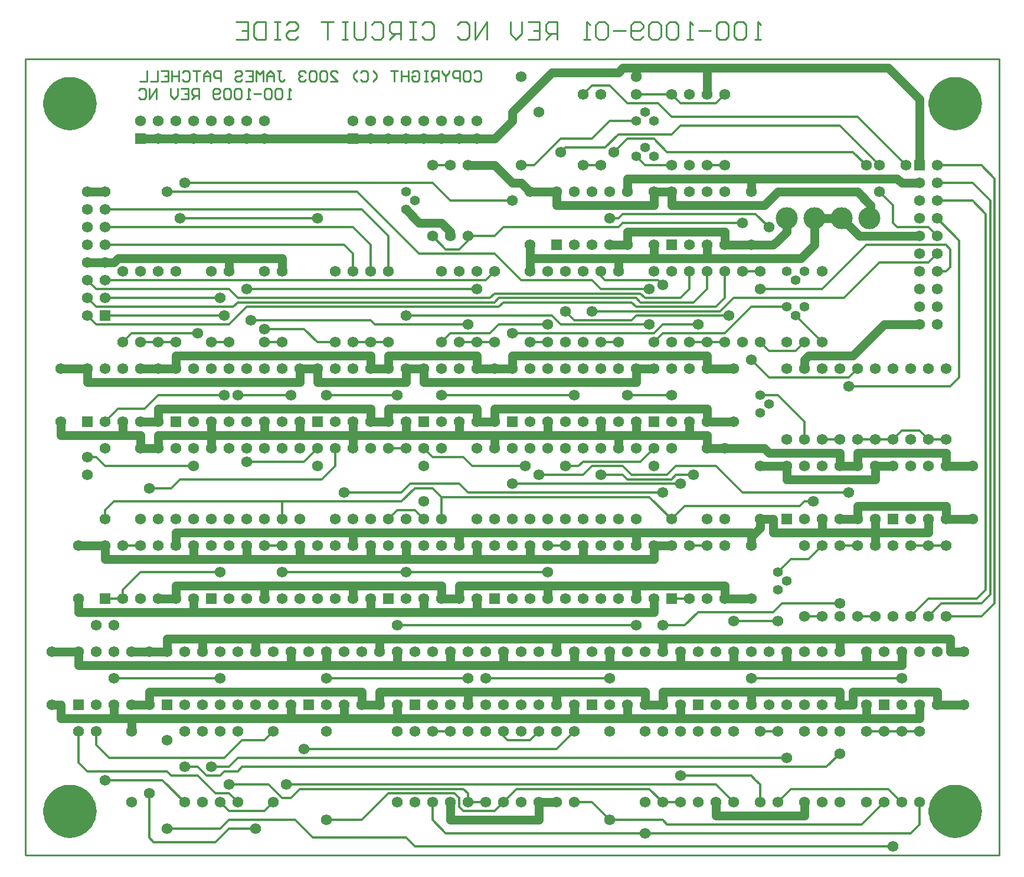
<source format=gbl>
*%FSLAX23Y23*%
*%MOIN*%
G01*
%ADD11C,0.006*%
%ADD12C,0.007*%
%ADD13C,0.008*%
%ADD14C,0.010*%
%ADD15C,0.012*%
%ADD16C,0.020*%
%ADD17C,0.032*%
%ADD18C,0.036*%
%ADD19C,0.050*%
%ADD20C,0.052*%
%ADD21C,0.055*%
%ADD22C,0.056*%
%ADD23C,0.059*%
%ADD24C,0.062*%
%ADD25C,0.066*%
%ADD26C,0.070*%
%ADD27C,0.090*%
%ADD28C,0.125*%
%ADD29C,0.129*%
%ADD30C,0.140*%
%ADD31C,0.160*%
%ADD32C,0.250*%
%ADD33R,0.062X0.062*%
%ADD34R,0.066X0.066*%
D14*
X8299Y9778D02*
X8319D01*
X8309D02*
X8299D01*
X8309D02*
Y9838D01*
X8310D01*
X8309D02*
X8319Y9828D01*
X8269D02*
X8259Y9838D01*
X8239D01*
X8229Y9828D01*
Y9788D01*
X8239Y9778D01*
X8259D01*
X8269Y9788D01*
Y9828D01*
X8209D02*
X8199Y9838D01*
X8179D01*
X8169Y9828D01*
Y9788D01*
X8179Y9778D01*
X8199D01*
X8209Y9788D01*
Y9828D01*
X8149Y9808D02*
X8109D01*
X8089Y9778D02*
X8069D01*
X8079D01*
Y9838D01*
X8080D01*
X8079D02*
X8089Y9828D01*
X8039D02*
X8029Y9838D01*
X8009D01*
X7999Y9828D01*
Y9788D01*
X8009Y9778D01*
X8029D01*
X8039Y9788D01*
Y9828D01*
X7979D02*
X7969Y9838D01*
X7949D01*
X7939Y9828D01*
Y9788D01*
X7949Y9778D01*
X7969D01*
X7979Y9788D01*
Y9828D01*
X7919Y9788D02*
X7909Y9778D01*
X7889D01*
X7879Y9788D01*
Y9828D01*
X7889Y9838D01*
X7909D01*
X7919Y9828D01*
Y9818D01*
X7909Y9808D01*
X7879D01*
X7799Y9778D02*
Y9838D01*
X7769D01*
X7759Y9828D01*
Y9808D01*
X7769Y9798D01*
X7799D01*
X7779D02*
X7759Y9778D01*
X7739Y9838D02*
X7699D01*
X7739D02*
Y9778D01*
X7699D01*
X7719Y9808D02*
X7739D01*
X7679Y9798D02*
Y9838D01*
Y9798D02*
X7659Y9778D01*
X7639Y9798D01*
Y9838D01*
X7559D02*
Y9778D01*
X7519D02*
X7559Y9838D01*
X7519D02*
Y9778D01*
X7459Y9828D02*
X7469Y9838D01*
X7489D01*
X7499Y9828D01*
Y9788D01*
X7489Y9778D01*
X7469D01*
X7459Y9788D01*
X9354Y9928D02*
X9364Y9938D01*
X9384D01*
X9394Y9928D01*
Y9888D01*
X9384Y9878D01*
X9364D01*
X9354Y9888D01*
X9324Y9938D02*
X9304D01*
X9324D02*
X9334Y9928D01*
Y9888D01*
X9324Y9878D01*
X9304D01*
X9294Y9888D01*
Y9928D01*
X9304Y9938D01*
X9274D02*
Y9878D01*
Y9938D02*
X9244D01*
X9234Y9928D01*
Y9908D01*
X9244Y9898D01*
X9274D01*
X9214Y9928D02*
Y9938D01*
Y9928D02*
X9194Y9908D01*
X9174Y9928D01*
Y9938D01*
X9194Y9908D02*
Y9878D01*
X9154D02*
Y9938D01*
X9124D01*
X9114Y9928D01*
Y9908D01*
X9124Y9898D01*
X9154D01*
X9134D02*
X9114Y9878D01*
X9094Y9938D02*
X9074D01*
X9084D01*
Y9878D01*
X9094D01*
X9074D01*
X9014Y9938D02*
X9004Y9928D01*
X9014Y9938D02*
X9034D01*
X9044Y9928D01*
Y9888D01*
X9034Y9878D01*
X9014D01*
X9004Y9888D01*
Y9908D01*
X9024D01*
X8984Y9938D02*
Y9878D01*
Y9908D01*
X8944D01*
Y9938D01*
Y9878D01*
X8924Y9938D02*
X8884D01*
X8904D01*
Y9878D01*
X8804Y9898D02*
X8784Y9878D01*
X8804Y9898D02*
Y9918D01*
X8784Y9938D01*
X8724D02*
X8714Y9928D01*
X8724Y9938D02*
X8744D01*
X8754Y9928D01*
Y9888D01*
X8744Y9878D01*
X8724D01*
X8714Y9888D01*
X8694Y9878D02*
X8674Y9898D01*
Y9918D01*
X8694Y9938D01*
X8584Y9878D02*
X8544D01*
X8584D02*
X8544Y9918D01*
Y9928D01*
X8554Y9938D01*
X8574D01*
X8584Y9928D01*
X8524D02*
X8514Y9938D01*
X8494D01*
X8484Y9928D01*
Y9888D01*
X8494Y9878D01*
X8514D01*
X8524Y9888D01*
Y9928D01*
X8464D02*
X8454Y9938D01*
X8434D01*
X8424Y9928D01*
Y9888D01*
X8434Y9878D01*
X8454D01*
X8464Y9888D01*
Y9928D01*
X8404D02*
X8394Y9938D01*
X8374D01*
X8364Y9928D01*
Y9918D01*
X8365D01*
X8364D02*
X8365D01*
X8364D02*
X8365D01*
X8364D02*
X8374Y9908D01*
X8384D01*
X8374D01*
X8364Y9898D01*
Y9888D01*
X8374Y9878D01*
X8394D01*
X8404Y9888D01*
X8264Y9938D02*
X8244D01*
X8254D02*
X8264D01*
X8254D02*
Y9888D01*
X8264Y9878D01*
X8274D01*
X8284Y9888D01*
X8224Y9878D02*
Y9918D01*
X8204Y9938D01*
X8184Y9918D01*
Y9878D01*
Y9908D01*
X8224D01*
X8164Y9878D02*
Y9938D01*
X8144Y9918D01*
X8124Y9938D01*
Y9878D01*
X8104Y9938D02*
X8064D01*
X8104D02*
Y9878D01*
X8064D01*
X8084Y9908D02*
X8104D01*
X8014Y9938D02*
X8004Y9928D01*
X8014Y9938D02*
X8034D01*
X8044Y9928D01*
Y9918D01*
X8034Y9908D01*
X8014D01*
X8004Y9898D01*
Y9888D01*
X8014Y9878D01*
X8034D01*
X8044Y9888D01*
X7924Y9878D02*
Y9938D01*
X7894D01*
X7884Y9928D01*
Y9908D01*
X7894Y9898D01*
X7924D01*
X7864Y9878D02*
Y9918D01*
X7845Y9938D01*
X7825Y9918D01*
Y9878D01*
Y9908D01*
X7864D01*
X7805Y9938D02*
X7765D01*
X7785D01*
Y9878D01*
X7715Y9938D02*
X7705Y9928D01*
X7715Y9938D02*
X7735D01*
X7745Y9928D01*
Y9888D01*
X7735Y9878D01*
X7715D01*
X7705Y9888D01*
X7685Y9878D02*
Y9938D01*
Y9908D02*
Y9878D01*
Y9908D02*
X7645D01*
Y9938D01*
Y9878D01*
X7625Y9938D02*
X7585D01*
X7625D02*
Y9878D01*
X7585D01*
X7605Y9908D02*
X7625D01*
X7565Y9938D02*
Y9878D01*
X7525D01*
X7505D02*
Y9938D01*
Y9878D02*
X7465D01*
X10941Y10113D02*
X10974D01*
X10957D02*
X10941D01*
X10957D02*
Y10213D01*
X10958D01*
X10957D02*
X10974Y10196D01*
X10891D02*
X10874Y10213D01*
X10841D01*
X10824Y10196D01*
Y10130D01*
X10841Y10113D01*
X10874D01*
X10891Y10130D01*
Y10196D01*
X10791D02*
X10774Y10213D01*
X10741D01*
X10724Y10196D01*
Y10130D01*
X10741Y10113D01*
X10774D01*
X10791Y10130D01*
Y10196D01*
X10691Y10163D02*
X10624D01*
X10591Y10113D02*
X10557D01*
X10574D01*
Y10213D01*
X10575D01*
X10574D02*
X10591Y10196D01*
X10507D02*
X10491Y10213D01*
X10458D01*
X10441Y10196D01*
Y10130D01*
X10458Y10113D01*
X10491D01*
X10507Y10130D01*
Y10196D01*
X10408D02*
X10391Y10213D01*
X10358D01*
X10341Y10196D01*
Y10130D01*
X10358Y10113D01*
X10391D01*
X10408Y10130D01*
Y10196D01*
X10308Y10130D02*
X10291Y10113D01*
X10258D01*
X10241Y10130D01*
Y10196D01*
X10258Y10213D01*
X10291D01*
X10308Y10196D01*
Y10180D01*
X10291Y10163D01*
X10241D01*
X10208D02*
X10141D01*
X10108Y10196D02*
X10091Y10213D01*
X10058D01*
X10041Y10196D01*
Y10130D01*
X10058Y10113D01*
X10091D01*
X10108Y10130D01*
Y10196D01*
X10008Y10113D02*
X9974D01*
X9991D01*
Y10213D01*
X9992D01*
X9991D02*
X10008Y10196D01*
X9824Y10213D02*
Y10113D01*
Y10213D02*
X9774D01*
X9758Y10196D01*
Y10163D01*
X9774Y10146D01*
X9824D01*
X9791D02*
X9758Y10113D01*
X9724Y10213D02*
X9658D01*
X9724D02*
Y10113D01*
X9658D01*
X9691Y10163D02*
X9724D01*
X9624Y10146D02*
Y10213D01*
Y10146D02*
X9591Y10113D01*
X9558Y10146D01*
Y10213D01*
X9425D02*
Y10113D01*
X9358D02*
X9425Y10213D01*
X9358D02*
Y10113D01*
X9258Y10196D02*
X9275Y10213D01*
X9308D01*
X9325Y10196D01*
Y10130D01*
X9308Y10113D01*
X9275D01*
X9258Y10130D01*
X9075Y10213D02*
X9058Y10196D01*
X9075Y10213D02*
X9108D01*
X9125Y10196D01*
Y10130D01*
X9108Y10113D01*
X9075D01*
X9058Y10130D01*
X9025Y10213D02*
X8991D01*
X9008D01*
Y10113D01*
X9025D01*
X8991D01*
X8941D02*
Y10213D01*
X8891D01*
X8875Y10196D01*
Y10163D01*
X8891Y10146D01*
X8941D01*
X8908D02*
X8875Y10113D01*
X8775Y10196D02*
X8791Y10213D01*
X8825D01*
X8841Y10196D01*
Y10130D01*
X8825Y10113D01*
X8791D01*
X8775Y10130D01*
X8741D02*
Y10213D01*
Y10130D02*
X8725Y10113D01*
X8691D01*
X8675Y10130D01*
Y10213D01*
X8641D02*
X8608D01*
X8625D01*
Y10113D01*
X8641D01*
X8608D01*
X8558Y10213D02*
X8491D01*
X8525D01*
Y10113D01*
X8308Y10213D02*
X8292Y10196D01*
X8308Y10213D02*
X8342D01*
X8358Y10196D01*
Y10180D01*
X8342Y10163D01*
X8308D01*
X8292Y10146D01*
Y10130D01*
X8308Y10113D01*
X8342D01*
X8358Y10130D01*
X8258Y10213D02*
X8225D01*
X8242D01*
Y10113D01*
X8258D01*
X8225D01*
X8175D02*
Y10213D01*
Y10113D02*
X8125D01*
X8108Y10130D01*
Y10196D01*
X8125Y10213D01*
X8175D01*
X8075D02*
X8008D01*
X8075D02*
Y10113D01*
X8008D01*
X8042Y10163D02*
X8075D01*
X6819Y5503D02*
X12319D01*
Y10003D02*
X6819D01*
X12319D02*
Y5503D01*
X6819D02*
Y10003D01*
D15*
X9469Y8903D02*
X9619Y8753D01*
X11969Y9103D02*
X12094Y8978D01*
X10719Y7703D02*
X10869Y7553D01*
X11644Y9403D02*
X11419Y9628D01*
X11519Y9678D02*
X11669Y9528D01*
X11794Y9403D01*
X11069Y8103D02*
X11219Y7953D01*
X10469Y7403D02*
X10344Y7528D01*
X9044Y8903D02*
X8694Y9253D01*
X8719Y9153D02*
X8869Y9003D01*
X11169Y8553D02*
X11319Y8403D01*
X7719Y5803D02*
X7594Y5928D01*
X11319Y8703D02*
X11569Y8953D01*
X11644Y8853D02*
X11444Y8653D01*
X10919Y8603D02*
X10769Y8453D01*
X9694Y9403D02*
X9844Y9553D01*
X8869Y5853D02*
X8719Y5703D01*
X11544Y5678D02*
X11669Y5803D01*
X7919Y5653D02*
X7619D01*
X9019Y5553D02*
X11719D01*
X8969Y5603D02*
X8444D01*
X8119Y5653D02*
X7969D01*
X7894Y5578D02*
X7544D01*
X10244Y5628D02*
X10319D01*
X10394D01*
X10244D02*
X9194D01*
X10394D02*
X11819D01*
X7969Y5853D02*
X7894D01*
X8869D02*
X9244D01*
X9294Y5753D02*
X9469D01*
X8719Y5703D02*
X8519D01*
X8344D02*
X7969D01*
Y5753D02*
X8169D01*
X9319Y5803D02*
X9419D01*
X8319Y5828D02*
X8269D01*
X10119Y5703D02*
X10419D01*
X10444Y5678D02*
X11544D01*
X10019Y5803D02*
X9919D01*
X10419D02*
X10519D01*
X7119Y6028D02*
Y6203D01*
X7219Y8703D02*
X7169Y8753D01*
Y8553D02*
X7219Y8503D01*
Y8603D02*
X7169Y8653D01*
X7119Y6028D02*
X7169Y5978D01*
X7619D01*
X7644Y5953D02*
X7794D01*
Y6003D02*
X7719D01*
X7844Y5953D02*
X7919D01*
X7944Y5978D02*
X8019D01*
X8044Y6003D02*
X11344D01*
X7969D02*
X7869D01*
X8019Y6053D02*
X11119D01*
X9294Y5878D02*
X8369D01*
X7594Y5928D02*
X7269D01*
X7294Y6053D02*
X7944D01*
X7969Y5903D02*
X8194D01*
X9594Y5878D02*
X10344D01*
X10719Y5903D02*
X8294D01*
X10519Y5953D02*
X10919D01*
X11144Y5878D02*
X11694D01*
X7369Y6953D02*
Y7003D01*
X7269Y7403D02*
Y7453D01*
X7219Y6203D02*
Y6128D01*
X7269Y7703D02*
X7219Y7753D01*
Y6128D02*
X7294Y6053D01*
X7369Y7003D02*
X7469Y7103D01*
X7269Y7453D02*
X7319Y7503D01*
X7269Y7953D02*
X7344Y8028D01*
X7369Y8403D02*
X7419Y8453D01*
X8394Y6103D02*
X9819D01*
X10969Y6203D02*
X11069D01*
X8169Y6153D02*
X8044D01*
X9119Y6203D02*
X9219D01*
X9544Y6153D02*
X9669D01*
X11669Y6203D02*
X11769D01*
X11669D02*
X11569D01*
X11769D02*
X11869D01*
X7519Y5853D02*
Y5603D01*
X7544Y5578D01*
X7494Y8028D02*
X7569Y8103D01*
X7619Y5978D02*
X7644Y5953D01*
Y7578D02*
X7694Y7628D01*
X10919Y6503D02*
X11769D01*
X7919D02*
X7319D01*
X9419D02*
X10119D01*
X9319D02*
X8519D01*
X8019Y8653D02*
X7969Y8703D01*
X7794Y5953D02*
X7894Y5853D01*
X7844Y5953D02*
X7794Y6003D01*
X7919Y5803D02*
X7969Y5753D01*
X8019Y5803D02*
X7969Y5853D01*
Y8503D02*
X7994Y8528D01*
X7944Y5978D02*
X7919Y5953D01*
X7969Y6003D02*
X8019Y6053D01*
X7969Y5703D02*
X7919Y5653D01*
X7969D02*
X7894Y5578D01*
X7944Y6053D02*
X8044Y6153D01*
X8919Y6803D02*
X10269D01*
X10419D02*
X10544D01*
X10819Y6828D02*
X11069D01*
X8019Y8628D02*
X7994Y8603D01*
Y8528D02*
X8069Y8603D01*
X8044Y6003D02*
X8019Y5978D01*
X11919Y6953D02*
X12194D01*
X10569D02*
X10469D01*
X7369D02*
X7269D01*
X10619Y6878D02*
X11044D01*
X11094Y6928D02*
X11419D01*
X11994D02*
X12219D01*
Y6853D02*
X12019D01*
X11319D02*
X11219D01*
X11519D02*
X11619D01*
X8269Y7403D02*
Y7503D01*
X8344Y5703D02*
X8444Y5603D01*
X8269Y5828D02*
X8194Y5903D01*
X8169Y6153D02*
X8219Y6203D01*
Y5803D02*
X8169Y5753D01*
X8319Y5828D02*
X8369Y5878D01*
X11144Y7178D02*
X11244D01*
X7919Y7103D02*
X7469D01*
X8969D02*
X9769D01*
X8969D02*
X8269D01*
X8469Y8403D02*
X8394Y8478D01*
X8569Y7703D02*
X8494Y7628D01*
X8394Y7728D02*
X8469Y7803D01*
X10569Y7253D02*
X10669D01*
X7469D02*
X7369D01*
X9769D02*
X9869D01*
X8269D02*
X8169D01*
X11419D02*
X11519D01*
X11919D02*
X12019D01*
X11919D02*
X11819D01*
X8569Y7703D02*
Y7803D01*
X8669Y8803D02*
Y8903D01*
X8619Y8953D01*
X8669Y9053D02*
X8769Y8953D01*
X10219Y7628D02*
X10469D01*
X10869Y7553D02*
X11469D01*
X11269Y7503D02*
X11219D01*
X11194Y7478D02*
X10544D01*
X10519Y7603D02*
X9569D01*
X9019Y7453D02*
X8919D01*
X9019Y7578D02*
X9119D01*
X9169Y7528D02*
X10344D01*
X10419Y7553D02*
X9319D01*
X9269Y7603D02*
X8994D01*
X8944Y7553D02*
X8619D01*
X7644Y7578D02*
X7519D01*
X7694Y7628D02*
X8494D01*
X8269Y7503D02*
X7319D01*
X8269D02*
X8944D01*
X8769Y8803D02*
Y8953D01*
X8869Y9003D02*
Y8803D01*
X8769Y8528D02*
X8794Y8503D01*
X8919Y7453D02*
X8869Y7403D01*
X8944Y7503D02*
X9019Y7578D01*
X8994Y7603D02*
X8944Y7553D01*
X9344Y7703D02*
X9644D01*
X9294Y7753D02*
X9119D01*
X9969Y7728D02*
X10294D01*
X9944Y7703D02*
X9869D01*
X10069Y7653D02*
X10194D01*
X10494D02*
X10594D01*
X9969D02*
X9719D01*
X10019Y7703D02*
X10194D01*
X10244Y7653D02*
X10444D01*
X10494Y7703D02*
X10719D01*
X7219Y7753D02*
X7169D01*
X7269Y7703D02*
X7769D01*
X8069Y7728D02*
X8394D01*
X8869Y7803D02*
X8969D01*
X9119Y5803D02*
Y5703D01*
Y7753D02*
X9069Y7803D01*
X9194Y8928D02*
X9119Y9003D01*
X9219Y9203D02*
X9119Y9303D01*
X9019Y7453D02*
X9069Y7403D01*
X9169Y7528D02*
X9119Y7578D01*
X8969Y5603D02*
X9019Y5553D01*
X9119Y5703D02*
X9194Y5628D01*
X11319Y7853D02*
X11419D01*
X11519D02*
X11619D01*
X11719D01*
X11919D02*
X12019D01*
X11869Y7903D02*
X11769D01*
X9169Y7528D02*
Y7403D01*
X9319Y8978D02*
Y9003D01*
X9269Y5828D02*
Y5778D01*
X9319Y5803D02*
Y5853D01*
X9344Y7703D02*
X9294Y7753D01*
X9269Y7603D02*
X9319Y7553D01*
X9294Y5878D02*
X9319Y5853D01*
X9269Y5828D02*
X9244Y5853D01*
X9269Y5778D02*
X9294Y5753D01*
X9169Y8403D02*
X9219Y8453D01*
X9269Y8928D02*
X9319Y8978D01*
X8919Y8103D02*
X8519D01*
X11019Y8203D02*
X11469D01*
Y8153D02*
X12044D01*
X11069Y8103D02*
X10969D01*
X7944D02*
X7569D01*
X8019D02*
X8319D01*
X10219D02*
X10469D01*
X9919D02*
X9169D01*
X7494Y8028D02*
X7344D01*
X9519Y6203D02*
Y6178D01*
X9544Y6153D01*
X9444Y8453D02*
X9494Y8503D01*
Y8603D02*
X9519Y8628D01*
X9494Y8653D02*
X9469Y8628D01*
X9444Y8653D02*
X9469Y8678D01*
Y9003D02*
X9519Y9053D01*
X9469Y8803D02*
X9419Y8753D01*
X9519Y5803D02*
X9469Y5753D01*
X9519Y5803D02*
X9544Y5828D01*
X8569Y8403D02*
X8469D01*
X8269D02*
X8169D01*
X7969D02*
X7869D01*
X8669D02*
X8769D01*
X8869D01*
X7669D02*
X7569D01*
X7469D01*
X11019Y8353D02*
X11169D01*
X10769Y8403D02*
X10669D01*
X10569D01*
X9469D02*
X9369D01*
X9269D01*
X9669D02*
X9769D01*
X10069D02*
X10169D01*
X9719Y6203D02*
X9669Y6153D01*
X9594Y5878D02*
X9544Y5828D01*
X9444Y8453D02*
X9219D01*
X9494Y8503D02*
X9769D01*
X9319D02*
X8794D01*
X9844D02*
X10344D01*
X9794Y8553D02*
X8969D01*
X7994Y8603D02*
X7244D01*
X8069D02*
X9494D01*
X8394Y8478D02*
X8169D01*
X10269Y8553D02*
X10794D01*
X10244Y8528D02*
X9919D01*
X10019Y8578D02*
X10269D01*
X10744D01*
X10719Y8603D02*
X10269D01*
X10419Y8503D02*
X10619D01*
X10769Y8453D02*
X10419D01*
X10919Y8603D02*
X11119D01*
X10369Y8453D02*
X9569D01*
X7794D02*
X7419D01*
X7269Y8553D02*
X7944D01*
X8094Y8528D02*
X8769D01*
X7969Y8503D02*
X7219D01*
Y8603D02*
X7244D01*
X9794Y8553D02*
X9844Y8503D01*
X9869Y8578D02*
X9919Y8528D01*
Y6203D02*
X9819Y6103D01*
X9844Y9478D02*
X9869Y9503D01*
X9469Y8628D02*
X8019D01*
Y8653D02*
X9444D01*
X9369Y8703D02*
X8069D01*
X9519Y8628D02*
X10244D01*
X10269Y8653D02*
X9494D01*
X10294Y8628D02*
X10594D01*
X10294Y8678D02*
X9469D01*
X10319Y8653D02*
X10519D01*
X10019Y8753D02*
X9619D01*
X10069Y8703D02*
X10344D01*
X10394Y8753D02*
X10094D01*
X11969Y8803D02*
X12019D01*
X11319Y8703D02*
X10969D01*
X10819Y8653D02*
X11444D01*
X9419Y8753D02*
X7269D01*
Y8653D02*
X7919D01*
X7969Y8703D02*
X7219D01*
X10869Y8803D02*
X10969D01*
X10069D02*
Y8778D01*
X10019Y8753D02*
X10069Y8703D01*
X10094Y8753D02*
X10069Y8778D01*
X10219Y9753D02*
X10119Y9853D01*
X10019Y5803D02*
X10119Y5703D01*
X9944Y7703D02*
X9969Y7728D01*
X10019Y7703D02*
X9969Y7653D01*
X10094Y9503D02*
X10169Y9578D01*
X10119Y9653D02*
X10019Y9553D01*
X9969Y9803D02*
X10019Y9853D01*
X9469Y9003D02*
X9319D01*
X11569Y8953D02*
X12019D01*
X11919Y8853D02*
X11644D01*
X9269Y8928D02*
X9194D01*
X9044Y8903D02*
X9469D01*
X8619Y8953D02*
X7269D01*
X10194Y7653D02*
X10219Y7628D01*
X10269Y8603D02*
X10244Y8628D01*
X10269Y8653D02*
X10294Y8628D01*
X10319Y8653D02*
X10294Y8678D01*
X10194Y7703D02*
X10244Y7653D01*
X10319Y9403D02*
X10269Y9453D01*
X10369Y7803D02*
X10294Y7728D01*
X10169Y9053D02*
X10194Y9078D01*
X10269Y8553D02*
X10244Y8528D01*
X10144Y9478D02*
X10219Y9553D01*
X10194Y9128D02*
X10169Y9103D01*
X8469D02*
X7694D01*
X9519Y9053D02*
X10169D01*
X10194Y9078D02*
X10869D01*
X11744Y9053D02*
X11919D01*
X10169Y9103D02*
X10119D01*
X10194Y9128D02*
X10944D01*
X8669Y9053D02*
X7269D01*
Y9153D02*
X8719D01*
X10394Y8753D02*
X10419Y8728D01*
X10444Y9478D02*
X10369Y9553D01*
X10469Y9678D02*
X10394Y9753D01*
X10469Y9803D02*
X10519Y9753D01*
X10419Y5703D02*
X10444Y5678D01*
X10419Y5803D02*
X10344Y5878D01*
X10469Y7628D02*
X10494Y7653D01*
X10444D02*
X10494Y7703D01*
X10369Y8453D02*
X10419Y8503D01*
Y8453D02*
X10369Y8403D01*
X10469Y9578D02*
X10519Y9628D01*
X10544Y7478D02*
X10469Y7403D01*
X8694Y9253D02*
X7619D01*
X7719Y9303D02*
X9119D01*
X9219Y9203D02*
X9569D01*
X11969D02*
X12169D01*
Y9303D02*
X11969D01*
X10669Y8803D02*
Y8703D01*
X10569D02*
Y8803D01*
X10669Y8703D02*
X10594Y8628D01*
X10519Y8653D02*
X10569Y8703D01*
X10619Y6878D02*
X10544Y6803D01*
X10369Y9553D02*
X10219D01*
X10444Y9478D02*
X11494D01*
X9219Y9403D02*
X9119D01*
X9869Y9503D02*
X10094D01*
X10169Y9578D02*
X10469D01*
X9694Y9403D02*
X9619D01*
X9844Y9553D02*
X10019D01*
X9969Y9403D02*
X10069D01*
X10319D02*
X10469D01*
X10669D02*
X10769D01*
X11969D02*
X12219D01*
X10769Y8803D02*
Y8653D01*
X10719Y5903D02*
X10819Y5803D01*
X10744Y8578D02*
X10819Y8653D01*
X10769D02*
X10719Y8603D01*
Y9753D02*
X10769Y9803D01*
X10519Y9628D02*
X11419D01*
X10269Y9653D02*
X10119D01*
X10219Y9753D02*
X10394D01*
X10469Y9678D02*
X11519D01*
X10719Y9753D02*
X10519D01*
X10969Y5903D02*
Y5803D01*
X11019Y8203D02*
X10919Y8303D01*
X11019Y9053D02*
X10944Y9128D01*
X10969Y8403D02*
X11019Y8353D01*
X10919Y5953D02*
X10944Y5928D01*
X10969Y5903D01*
X11069Y7103D02*
X11144Y7178D01*
X11094Y6928D02*
X11044Y6878D01*
X11144Y5878D02*
X11069Y5803D01*
X10119Y9853D02*
X10019D01*
X10269Y9803D02*
X10469D01*
X11219Y7953D02*
Y7853D01*
X11319Y7253D02*
X11244Y7178D01*
X11194Y7478D02*
X11219Y7503D01*
X11169Y8353D02*
X11219Y8403D01*
X11569Y9403D02*
X11494Y9478D01*
X11519Y8253D02*
X11469Y8203D01*
X11419Y6078D02*
X11344Y6003D01*
X11719Y9178D02*
X11644Y9253D01*
X11719Y9178D02*
Y9078D01*
X11869Y5803D02*
Y5678D01*
X11744Y9053D02*
X11719Y9078D01*
X11869Y7903D02*
X11919Y7853D01*
X11744Y5828D02*
X11769Y5803D01*
X11744Y5828D02*
X11694Y5878D01*
X11719Y7853D02*
X11769Y7903D01*
X11919Y6953D02*
X11819Y6853D01*
X11869Y5678D02*
X11819Y5628D01*
X12044Y8828D02*
Y8928D01*
X11969Y9003D02*
X11919Y9053D01*
X12019Y8953D02*
X12044Y8928D01*
X12094Y8203D02*
X12044Y8153D01*
X12019Y8803D02*
X12044Y8828D01*
X11969Y8903D02*
X11919Y8853D01*
X11994Y6928D02*
X11919Y6853D01*
X12244Y7003D02*
Y9128D01*
X12094Y8978D02*
Y8203D01*
X12269Y9203D02*
Y6978D01*
X12244Y9128D02*
X12169Y9203D01*
Y9303D02*
X12269Y9203D01*
X12294Y9328D02*
X12219Y9403D01*
X12244Y7003D02*
X12194Y6953D01*
X12219Y6928D02*
X12269Y6978D01*
X12294Y6928D02*
X12219Y6853D01*
X12294Y6928D02*
Y9328D01*
D19*
X11594Y9178D02*
X11519Y9253D01*
X9044Y9078D02*
X8969Y9153D01*
X9169Y9078D02*
X9219Y9028D01*
X9619Y9303D02*
X9669Y9253D01*
X9569Y9303D02*
X9469Y9403D01*
X11744Y9328D02*
X11769Y9303D01*
X11531Y9003D02*
X11431Y9103D01*
X10994Y7803D02*
X11019Y7778D01*
X11869Y9778D02*
X11694Y9953D01*
X11244Y8328D02*
X11219Y8303D01*
X11494Y8328D02*
X11669Y8503D01*
X10994Y9178D02*
X11069Y9253D01*
X7344Y8878D02*
X7319Y8853D01*
X10919Y7303D02*
X10969Y7353D01*
X11200Y8878D02*
X11275Y8953D01*
X11069Y8978D02*
X11044Y8953D01*
X11069Y8978D02*
X11119Y9028D01*
X9569Y9653D02*
X9469Y9553D01*
X9569Y9703D02*
X9794Y9928D01*
X10169D02*
X10194Y9953D01*
X9719Y5703D02*
X9219D01*
X9719Y5803D02*
X9819D01*
X10719Y5728D02*
X11219D01*
X7019Y6278D02*
Y6353D01*
X7119Y6578D02*
Y6653D01*
Y6878D02*
Y6953D01*
X7019Y7878D02*
Y7953D01*
X7169Y8178D02*
Y8253D01*
X7369Y7953D02*
Y7878D01*
X7319Y6353D02*
Y6278D01*
X7269Y7178D02*
Y7253D01*
X7419Y6278D02*
Y6203D01*
X7519Y6353D02*
Y6428D01*
X7569Y7953D02*
Y8028D01*
X7469Y7878D02*
Y7803D01*
X7569D02*
Y7878D01*
X11494Y6428D02*
X11969D01*
Y6353D02*
X12119D01*
X11419Y6428D02*
X10919D01*
X11419Y6353D02*
X11494D01*
X10919Y6428D02*
X10419D01*
X10319D02*
X9819D01*
X10319Y6353D02*
X10419D01*
X9819Y6428D02*
X9319D01*
X8819D01*
X8719D02*
X7519D01*
X8719Y6353D02*
X8819D01*
X7519D02*
X7419D01*
X7319Y6278D02*
X7019D01*
Y6353D02*
X6969D01*
X7319Y6278D02*
X7419D01*
X8319D01*
X8619D01*
X8919D01*
X9919D01*
X10219D01*
X10519D01*
X11569D01*
X11869D01*
X7769Y7178D02*
Y7253D01*
Y6953D02*
Y6878D01*
X7619Y6728D02*
Y6653D01*
X7669Y6953D02*
Y7028D01*
Y7253D02*
Y7328D01*
Y8253D02*
Y8328D01*
X7519Y6653D02*
X7419D01*
X11569Y6578D02*
X11769D01*
X11569D02*
X11119D01*
X10519D01*
X10819D01*
X10519D02*
X10119D01*
X9919D01*
X9519D01*
X9219D01*
X8919D01*
X8519D01*
X8319D01*
X6994Y6653D02*
X6969D01*
X7119Y6578D02*
X8319D01*
X7119Y6653D02*
X6994D01*
X7519D02*
X7619D01*
X12044D02*
X12119D01*
X7869Y7878D02*
Y7953D01*
X7819Y6728D02*
Y6653D01*
X7969Y8803D02*
Y8878D01*
X7869Y7953D02*
Y7803D01*
X7819Y6728D02*
X7619D01*
X7819D02*
X8119D01*
X8819D01*
X9819D01*
X10419D01*
X11419D01*
X12044D01*
X8069Y7178D02*
Y7253D01*
X8119Y6728D02*
Y6653D01*
X10269Y7028D02*
X10769D01*
Y6953D02*
X10919D01*
X10269Y7028D02*
X9769D01*
X9269D01*
Y6953D02*
X9244D01*
X9169Y7028D02*
X8669D01*
X9169Y6953D02*
X9244D01*
X8669Y7028D02*
X8169D01*
X7669D01*
Y6953D02*
X7569D01*
X7769Y6878D02*
X7119D01*
X7769D02*
X8769D01*
X9069D01*
X9369D01*
X10369D01*
X8169Y7878D02*
Y7953D01*
Y7028D02*
Y6953D01*
X8319Y6653D02*
Y6578D01*
Y6353D02*
Y6278D01*
X8269Y8803D02*
Y8878D01*
X9969Y7178D02*
X10369D01*
X9969D02*
X9669D01*
X9369D01*
X8969D01*
X8769D01*
X8369D01*
X8069D01*
X7769D01*
X7269D01*
X8369Y7878D02*
Y7953D01*
Y7253D02*
Y7178D01*
X8519Y6653D02*
Y6578D01*
X8469Y8178D02*
Y8253D01*
X8369D02*
Y8178D01*
X10369Y7253D02*
X10469D01*
X7269D02*
X7119D01*
X10269Y7328D02*
X10919D01*
X10269D02*
X9269D01*
X8669D01*
X7669D01*
X12019Y7403D02*
X12169D01*
X11519D02*
X11419D01*
X11044D02*
X11019D01*
X11044Y7328D02*
X11319D01*
X11619D01*
X11919D01*
X11019Y7403D02*
X10969D01*
X8669Y7878D02*
Y7953D01*
Y7328D02*
Y7253D01*
Y7028D02*
Y6953D01*
X8619Y6353D02*
Y6278D01*
X8719Y6353D02*
Y6428D01*
X8669Y7803D02*
Y7953D01*
X11519Y7478D02*
X12019D01*
X11619Y7628D02*
X11119D01*
X8769Y7253D02*
Y7178D01*
Y6953D02*
Y6878D01*
X8819Y6728D02*
Y6653D01*
X8919D02*
Y6578D01*
Y6353D02*
Y6278D01*
X8819Y6353D02*
Y6428D01*
X8869Y7953D02*
Y8028D01*
X8769D02*
Y7953D01*
Y8253D02*
Y8328D01*
X8869D02*
Y8253D01*
X7569Y7803D02*
X7469D01*
X10969Y7703D02*
X11119D01*
X11619D02*
X11719D01*
X11519Y7778D02*
X12019D01*
Y7703D02*
X12169D01*
X11419Y7778D02*
X11019D01*
X10769Y7803D02*
X10669D01*
X10769D02*
X10994D01*
X11419Y7703D02*
X11519D01*
X8969Y7878D02*
Y7953D01*
Y7253D02*
Y7178D01*
X9069Y6953D02*
Y6878D01*
Y8178D02*
Y8253D01*
X8969D02*
Y8178D01*
X10669Y7953D02*
X10819D01*
X9469D02*
X9369D01*
X8869D02*
X8769D01*
X7569D02*
X7469D01*
X7369Y7878D02*
X7019D01*
X7369D02*
X7469D01*
X7569D02*
X7869D01*
X8169D01*
X8369D01*
X8669D01*
X8969D01*
X9269D01*
X9469D01*
X9769D01*
X10069D01*
X10169D01*
X10269D01*
X10569D02*
X10669D01*
X10569D02*
X10269D01*
X9269D02*
Y7953D01*
Y7328D02*
Y7253D01*
X9219Y6653D02*
Y6578D01*
X9319Y6428D02*
Y6353D01*
X9219Y9003D02*
Y9028D01*
Y5803D02*
Y5703D01*
X9269Y6953D02*
Y7028D01*
X9169D02*
Y6953D01*
X9469Y8028D02*
X10669D01*
X9369D02*
X8869D01*
X8769D02*
X7569D01*
X9069Y8178D02*
X10269D01*
X8969D02*
X8469D01*
X8369D02*
X7169D01*
X9469Y7878D02*
Y7803D01*
X9369Y7253D02*
Y7178D01*
Y6953D02*
Y6878D01*
X9519Y6653D02*
Y6578D01*
X9469Y7953D02*
Y8028D01*
X9369D02*
Y7953D01*
Y8253D02*
Y8328D01*
X11244D02*
X11494D01*
X10369Y8253D02*
X10269D01*
X9069D02*
X8969D01*
X8469D02*
X8369D01*
X7169D02*
X7019D01*
X7469D02*
X7569D01*
X7669Y8328D02*
X8769D01*
X7669Y8253D02*
X7569D01*
X8869Y8328D02*
X9369D01*
X8869Y8253D02*
X8769D01*
X9369D02*
X9469D01*
X9569Y8328D02*
X10669D01*
X9569Y8253D02*
X9469D01*
X10669D02*
X10819D01*
X9669Y7253D02*
Y7178D01*
Y8878D02*
Y8953D01*
X9719Y5803D02*
Y5703D01*
X9569Y8253D02*
Y8328D01*
X9669Y8803D02*
Y8878D01*
X9569Y9653D02*
Y9703D01*
X11669Y8503D02*
X11869D01*
X9769Y7953D02*
Y7878D01*
Y7028D02*
Y6953D01*
X9819Y6728D02*
Y6653D01*
X9919D02*
Y6578D01*
Y6353D02*
Y6278D01*
X9819Y6353D02*
Y6428D01*
Y9178D02*
Y9253D01*
X10069Y7953D02*
Y7878D01*
X9969Y7253D02*
Y7178D01*
X10119Y6653D02*
Y6578D01*
X7319Y8853D02*
X7269D01*
X7169D01*
X7344Y8878D02*
X7369D01*
X7969D01*
X8269D01*
X11531Y9003D02*
X11869D01*
X11200Y8878D02*
X10669D01*
X10219Y8953D02*
X10119D01*
X10169Y8878D02*
X9669D01*
X10169D02*
X10369D01*
X10669D01*
X10769Y8953D02*
X10919D01*
X11044D01*
X10169Y8878D02*
Y8803D01*
X10269Y7953D02*
Y7878D01*
X10169D02*
Y7803D01*
X10269Y7328D02*
Y7253D01*
Y7028D02*
Y6953D01*
X10219Y6353D02*
Y6278D01*
X10269Y9903D02*
Y9953D01*
X10219Y9028D02*
Y8953D01*
Y9253D02*
Y9328D01*
X10319Y6428D02*
Y6353D01*
X10269Y8178D02*
Y8253D01*
X9169Y9078D02*
X9044D01*
X11269Y9103D02*
X11431D01*
X11587D02*
X11594D01*
X10994Y9178D02*
X10469D01*
X11269Y9103D02*
X11275D01*
X10769Y9028D02*
X10219D01*
X10369Y9178D02*
X9819D01*
X10369Y8953D02*
Y8878D01*
X10419Y6728D02*
Y6653D01*
X10469Y9178D02*
Y9253D01*
X10419Y6428D02*
Y6353D01*
X10369Y6878D02*
Y6953D01*
Y7178D02*
Y7253D01*
Y9178D02*
Y9253D01*
X11069D02*
X11519D01*
X9819D02*
X9669D01*
X9619Y9303D02*
X9569D01*
X11769D02*
X11869D01*
X11744Y9328D02*
X10919D01*
X10469Y9253D02*
X10369D01*
X10219Y9328D02*
X10919D01*
X7269Y9253D02*
X7169D01*
X10569Y7953D02*
Y7878D01*
X10519Y6653D02*
Y6578D01*
Y6353D02*
Y6278D01*
X10669Y8878D02*
Y8953D01*
Y9803D02*
Y9953D01*
Y8028D02*
Y7953D01*
Y7878D02*
Y7803D01*
Y8253D02*
Y8328D01*
X9469Y9403D02*
X9319D01*
X7669Y9553D02*
X7569D01*
X7769D02*
X7869D01*
X7969D01*
X8069D01*
X8169D01*
X7769D02*
X7669D01*
X7569D02*
X7469D01*
X8169D02*
X8669D01*
X8769D01*
X8869D01*
X8969D01*
X9069D01*
X9169D01*
X9269D01*
X9369D01*
X9469D01*
X10719Y5803D02*
Y5728D01*
X10819Y6578D02*
Y6653D01*
X10769Y6953D02*
Y7028D01*
Y8953D02*
Y9028D01*
X10919Y7303D02*
Y7253D01*
Y6428D02*
Y6353D01*
Y9253D02*
Y9328D01*
X10969Y7403D02*
Y7353D01*
X10919Y7328D02*
Y7303D01*
X11044Y7328D02*
Y7403D01*
X10669Y9953D02*
X10269D01*
X10169Y9928D02*
X9794D01*
X10194Y9953D02*
X10269D01*
X11694D01*
X11119Y6653D02*
Y6578D01*
X11219Y8253D02*
Y8303D01*
Y5803D02*
Y5728D01*
X11275Y8953D02*
Y9103D01*
X11119Y7703D02*
Y7628D01*
Y9028D02*
Y9103D01*
X11319Y7403D02*
Y7328D01*
X11419Y6728D02*
Y6653D01*
X11494Y6428D02*
Y6353D01*
X11419D02*
Y6428D01*
Y7703D02*
Y7778D01*
X11619Y7403D02*
Y7328D01*
X11569Y6653D02*
Y6578D01*
Y6353D02*
Y6278D01*
X11594Y9103D02*
Y9178D01*
X11519Y7478D02*
Y7403D01*
X11619D02*
Y7253D01*
Y7628D02*
Y7703D01*
X11519D02*
Y7778D01*
X11869Y6353D02*
Y6278D01*
X11769Y6578D02*
Y6653D01*
X11869Y9403D02*
Y9778D01*
X11969Y6428D02*
Y6353D01*
X12044Y6653D02*
Y6728D01*
X12019Y7403D02*
Y7478D01*
X11919Y7403D02*
Y7328D01*
X12019Y7703D02*
Y7778D01*
X11944Y9753D02*
X11945D01*
X11944D02*
X11944Y9743D01*
X11946Y9733D01*
X11948Y9723D01*
X11950Y9713D01*
X11954Y9704D01*
X11958Y9695D01*
X11963Y9686D01*
X11969Y9678D01*
X11975Y9670D01*
X11982Y9663D01*
X11990Y9656D01*
X11998Y9650D01*
X12006Y9645D01*
X12015Y9640D01*
X12025Y9636D01*
X12034Y9633D01*
X12044Y9631D01*
X12054Y9629D01*
X12064Y9628D01*
X12074D01*
X12084Y9629D01*
X12094Y9631D01*
X12104Y9633D01*
X12113Y9636D01*
X12123Y9640D01*
X12132Y9645D01*
X12140Y9650D01*
X12148Y9656D01*
X12156Y9663D01*
X12163Y9670D01*
X12169Y9678D01*
X12175Y9686D01*
X12180Y9695D01*
X12184Y9704D01*
X12188Y9713D01*
X12190Y9723D01*
X12192Y9733D01*
X12194Y9743D01*
X12194Y9753D01*
X12195D01*
X12194D02*
X12194Y9763D01*
X12192Y9773D01*
X12190Y9783D01*
X12188Y9793D01*
X12184Y9802D01*
X12180Y9811D01*
X12175Y9820D01*
X12169Y9828D01*
X12163Y9836D01*
X12156Y9843D01*
X12148Y9850D01*
X12140Y9856D01*
X12132Y9861D01*
X12123Y9866D01*
X12113Y9870D01*
X12104Y9873D01*
X12094Y9875D01*
X12084Y9877D01*
X12074Y9878D01*
X12064D01*
X12054Y9877D01*
X12044Y9875D01*
X12034Y9873D01*
X12025Y9870D01*
X12015Y9866D01*
X12006Y9861D01*
X11998Y9856D01*
X11990Y9850D01*
X11982Y9843D01*
X11975Y9836D01*
X11969Y9828D01*
X11963Y9820D01*
X11958Y9811D01*
X11954Y9802D01*
X11950Y9793D01*
X11948Y9783D01*
X11946Y9773D01*
X11944Y9763D01*
X11944Y9753D01*
X11992D02*
X11993D01*
X11992D02*
X11993Y9744D01*
X11994Y9735D01*
X11997Y9727D01*
X12000Y9718D01*
X12005Y9711D01*
X12010Y9704D01*
X12016Y9697D01*
X12023Y9691D01*
X12030Y9686D01*
X12039Y9682D01*
X12047Y9679D01*
X12056Y9677D01*
X12065Y9676D01*
X12073D01*
X12082Y9677D01*
X12091Y9679D01*
X12099Y9682D01*
X12108Y9686D01*
X12115Y9691D01*
X12122Y9697D01*
X12128Y9704D01*
X12133Y9711D01*
X12138Y9718D01*
X12141Y9727D01*
X12144Y9735D01*
X12145Y9744D01*
X12146Y9753D01*
X12147D01*
X12146D02*
X12145Y9762D01*
X12144Y9771D01*
X12141Y9779D01*
X12138Y9788D01*
X12133Y9795D01*
X12128Y9802D01*
X12122Y9809D01*
X12115Y9815D01*
X12108Y9820D01*
X12099Y9824D01*
X12091Y9827D01*
X12082Y9829D01*
X12073Y9830D01*
X12065D01*
X12056Y9829D01*
X12047Y9827D01*
X12039Y9824D01*
X12030Y9820D01*
X12023Y9815D01*
X12016Y9809D01*
X12010Y9802D01*
X12005Y9795D01*
X12000Y9788D01*
X11997Y9779D01*
X11994Y9771D01*
X11993Y9762D01*
X11992Y9753D01*
X12040D02*
X12041D01*
X12040D02*
X12041Y9747D01*
X12043Y9741D01*
X12046Y9736D01*
X12050Y9731D01*
X12054Y9728D01*
X12060Y9725D01*
X12066Y9724D01*
X12072D01*
X12078Y9725D01*
X12084Y9728D01*
X12088Y9731D01*
X12092Y9736D01*
X12095Y9741D01*
X12097Y9747D01*
X12098Y9753D01*
X12099D01*
X12098D02*
X12097Y9759D01*
X12095Y9765D01*
X12092Y9770D01*
X12088Y9775D01*
X12084Y9778D01*
X12078Y9781D01*
X12072Y9782D01*
X12066D01*
X12060Y9781D01*
X12054Y9778D01*
X12050Y9775D01*
X12046Y9770D01*
X12043Y9765D01*
X12041Y9759D01*
X12040Y9753D01*
X12069D02*
D03*
X11944Y5753D02*
X11945D01*
X11944D02*
X11944Y5743D01*
X11946Y5733D01*
X11948Y5723D01*
X11950Y5713D01*
X11954Y5704D01*
X11958Y5695D01*
X11963Y5686D01*
X11969Y5678D01*
X11975Y5670D01*
X11982Y5663D01*
X11990Y5656D01*
X11998Y5650D01*
X12006Y5645D01*
X12015Y5640D01*
X12025Y5636D01*
X12034Y5633D01*
X12044Y5631D01*
X12054Y5629D01*
X12064Y5628D01*
X12074D01*
X12084Y5629D01*
X12094Y5631D01*
X12104Y5633D01*
X12113Y5636D01*
X12123Y5640D01*
X12132Y5645D01*
X12140Y5650D01*
X12148Y5656D01*
X12156Y5663D01*
X12163Y5670D01*
X12169Y5678D01*
X12175Y5686D01*
X12180Y5695D01*
X12184Y5704D01*
X12188Y5713D01*
X12190Y5723D01*
X12192Y5733D01*
X12194Y5743D01*
X12194Y5753D01*
X12195D01*
X12194D02*
X12194Y5763D01*
X12192Y5773D01*
X12190Y5783D01*
X12188Y5793D01*
X12184Y5802D01*
X12180Y5811D01*
X12175Y5820D01*
X12169Y5828D01*
X12163Y5836D01*
X12156Y5843D01*
X12148Y5850D01*
X12140Y5856D01*
X12132Y5861D01*
X12123Y5866D01*
X12113Y5870D01*
X12104Y5873D01*
X12094Y5875D01*
X12084Y5877D01*
X12074Y5878D01*
X12064D01*
X12054Y5877D01*
X12044Y5875D01*
X12034Y5873D01*
X12025Y5870D01*
X12015Y5866D01*
X12006Y5861D01*
X11998Y5856D01*
X11990Y5850D01*
X11982Y5843D01*
X11975Y5836D01*
X11969Y5828D01*
X11963Y5820D01*
X11958Y5811D01*
X11954Y5802D01*
X11950Y5793D01*
X11948Y5783D01*
X11946Y5773D01*
X11944Y5763D01*
X11944Y5753D01*
X11992D02*
X11993D01*
X11992D02*
X11993Y5744D01*
X11994Y5735D01*
X11997Y5727D01*
X12000Y5718D01*
X12005Y5711D01*
X12010Y5704D01*
X12016Y5697D01*
X12023Y5691D01*
X12030Y5686D01*
X12039Y5682D01*
X12047Y5679D01*
X12056Y5677D01*
X12065Y5676D01*
X12073D01*
X12082Y5677D01*
X12091Y5679D01*
X12099Y5682D01*
X12108Y5686D01*
X12115Y5691D01*
X12122Y5697D01*
X12128Y5704D01*
X12133Y5711D01*
X12138Y5718D01*
X12141Y5727D01*
X12144Y5735D01*
X12145Y5744D01*
X12146Y5753D01*
X12147D01*
X12146D02*
X12145Y5762D01*
X12144Y5771D01*
X12141Y5779D01*
X12138Y5788D01*
X12133Y5795D01*
X12128Y5802D01*
X12122Y5809D01*
X12115Y5815D01*
X12108Y5820D01*
X12099Y5824D01*
X12091Y5827D01*
X12082Y5829D01*
X12073Y5830D01*
X12065D01*
X12056Y5829D01*
X12047Y5827D01*
X12039Y5824D01*
X12030Y5820D01*
X12023Y5815D01*
X12016Y5809D01*
X12010Y5802D01*
X12005Y5795D01*
X12000Y5788D01*
X11997Y5779D01*
X11994Y5771D01*
X11993Y5762D01*
X11992Y5753D01*
X12040D02*
X12041D01*
X12040D02*
X12041Y5747D01*
X12043Y5741D01*
X12046Y5736D01*
X12050Y5731D01*
X12054Y5728D01*
X12060Y5725D01*
X12066Y5724D01*
X12072D01*
X12078Y5725D01*
X12084Y5728D01*
X12088Y5731D01*
X12092Y5736D01*
X12095Y5741D01*
X12097Y5747D01*
X12098Y5753D01*
X12099D01*
X12098D02*
X12097Y5759D01*
X12095Y5765D01*
X12092Y5770D01*
X12088Y5775D01*
X12084Y5778D01*
X12078Y5781D01*
X12072Y5782D01*
X12066D01*
X12060Y5781D01*
X12054Y5778D01*
X12050Y5775D01*
X12046Y5770D01*
X12043Y5765D01*
X12041Y5759D01*
X12040Y5753D01*
X12069D02*
D03*
X6944Y9753D02*
X6945D01*
X6944D02*
X6944Y9743D01*
X6946Y9733D01*
X6948Y9723D01*
X6950Y9713D01*
X6954Y9704D01*
X6958Y9695D01*
X6963Y9686D01*
X6969Y9678D01*
X6975Y9670D01*
X6982Y9663D01*
X6990Y9656D01*
X6998Y9650D01*
X7006Y9645D01*
X7015Y9640D01*
X7025Y9636D01*
X7034Y9633D01*
X7044Y9631D01*
X7054Y9629D01*
X7064Y9628D01*
X7074D01*
X7084Y9629D01*
X7094Y9631D01*
X7104Y9633D01*
X7113Y9636D01*
X7123Y9640D01*
X7132Y9645D01*
X7140Y9650D01*
X7148Y9656D01*
X7156Y9663D01*
X7163Y9670D01*
X7169Y9678D01*
X7175Y9686D01*
X7180Y9695D01*
X7184Y9704D01*
X7188Y9713D01*
X7190Y9723D01*
X7192Y9733D01*
X7194Y9743D01*
X7194Y9753D01*
X7195D01*
X7194D02*
X7194Y9763D01*
X7192Y9773D01*
X7190Y9783D01*
X7188Y9793D01*
X7184Y9802D01*
X7180Y9811D01*
X7175Y9820D01*
X7169Y9828D01*
X7163Y9836D01*
X7156Y9843D01*
X7148Y9850D01*
X7140Y9856D01*
X7132Y9861D01*
X7123Y9866D01*
X7113Y9870D01*
X7104Y9873D01*
X7094Y9875D01*
X7084Y9877D01*
X7074Y9878D01*
X7064D01*
X7054Y9877D01*
X7044Y9875D01*
X7034Y9873D01*
X7025Y9870D01*
X7015Y9866D01*
X7006Y9861D01*
X6998Y9856D01*
X6990Y9850D01*
X6982Y9843D01*
X6975Y9836D01*
X6969Y9828D01*
X6963Y9820D01*
X6958Y9811D01*
X6954Y9802D01*
X6950Y9793D01*
X6948Y9783D01*
X6946Y9773D01*
X6944Y9763D01*
X6944Y9753D01*
X6992D02*
X6993D01*
X6992D02*
X6993Y9744D01*
X6994Y9735D01*
X6997Y9727D01*
X7000Y9718D01*
X7005Y9711D01*
X7010Y9704D01*
X7016Y9697D01*
X7023Y9691D01*
X7030Y9686D01*
X7039Y9682D01*
X7047Y9679D01*
X7056Y9677D01*
X7065Y9676D01*
X7073D01*
X7082Y9677D01*
X7091Y9679D01*
X7099Y9682D01*
X7108Y9686D01*
X7115Y9691D01*
X7122Y9697D01*
X7128Y9704D01*
X7133Y9711D01*
X7138Y9718D01*
X7141Y9727D01*
X7144Y9735D01*
X7145Y9744D01*
X7146Y9753D01*
X7147D01*
X7146D02*
X7145Y9762D01*
X7144Y9771D01*
X7141Y9779D01*
X7138Y9788D01*
X7133Y9795D01*
X7128Y9802D01*
X7122Y9809D01*
X7115Y9815D01*
X7108Y9820D01*
X7099Y9824D01*
X7091Y9827D01*
X7082Y9829D01*
X7073Y9830D01*
X7065D01*
X7056Y9829D01*
X7047Y9827D01*
X7039Y9824D01*
X7030Y9820D01*
X7023Y9815D01*
X7016Y9809D01*
X7010Y9802D01*
X7005Y9795D01*
X7000Y9788D01*
X6997Y9779D01*
X6994Y9771D01*
X6993Y9762D01*
X6992Y9753D01*
X7040D02*
X7041D01*
X7040D02*
X7041Y9747D01*
X7043Y9741D01*
X7046Y9736D01*
X7050Y9731D01*
X7054Y9728D01*
X7060Y9725D01*
X7066Y9724D01*
X7072D01*
X7078Y9725D01*
X7084Y9728D01*
X7088Y9731D01*
X7092Y9736D01*
X7095Y9741D01*
X7097Y9747D01*
X7098Y9753D01*
X7099D01*
X7098D02*
X7097Y9759D01*
X7095Y9765D01*
X7092Y9770D01*
X7088Y9775D01*
X7084Y9778D01*
X7078Y9781D01*
X7072Y9782D01*
X7066D01*
X7060Y9781D01*
X7054Y9778D01*
X7050Y9775D01*
X7046Y9770D01*
X7043Y9765D01*
X7041Y9759D01*
X7040Y9753D01*
X7069D02*
D03*
X6944Y5753D02*
X6945D01*
X6944D02*
X6944Y5743D01*
X6946Y5733D01*
X6948Y5723D01*
X6950Y5713D01*
X6954Y5704D01*
X6958Y5695D01*
X6963Y5686D01*
X6969Y5678D01*
X6975Y5670D01*
X6982Y5663D01*
X6990Y5656D01*
X6998Y5650D01*
X7006Y5645D01*
X7015Y5640D01*
X7025Y5636D01*
X7034Y5633D01*
X7044Y5631D01*
X7054Y5629D01*
X7064Y5628D01*
X7074D01*
X7084Y5629D01*
X7094Y5631D01*
X7104Y5633D01*
X7113Y5636D01*
X7123Y5640D01*
X7132Y5645D01*
X7140Y5650D01*
X7148Y5656D01*
X7156Y5663D01*
X7163Y5670D01*
X7169Y5678D01*
X7175Y5686D01*
X7180Y5695D01*
X7184Y5704D01*
X7188Y5713D01*
X7190Y5723D01*
X7192Y5733D01*
X7194Y5743D01*
X7194Y5753D01*
X7195D01*
X7194D02*
X7194Y5763D01*
X7192Y5773D01*
X7190Y5783D01*
X7188Y5793D01*
X7184Y5802D01*
X7180Y5811D01*
X7175Y5820D01*
X7169Y5828D01*
X7163Y5836D01*
X7156Y5843D01*
X7148Y5850D01*
X7140Y5856D01*
X7132Y5861D01*
X7123Y5866D01*
X7113Y5870D01*
X7104Y5873D01*
X7094Y5875D01*
X7084Y5877D01*
X7074Y5878D01*
X7064D01*
X7054Y5877D01*
X7044Y5875D01*
X7034Y5873D01*
X7025Y5870D01*
X7015Y5866D01*
X7006Y5861D01*
X6998Y5856D01*
X6990Y5850D01*
X6982Y5843D01*
X6975Y5836D01*
X6969Y5828D01*
X6963Y5820D01*
X6958Y5811D01*
X6954Y5802D01*
X6950Y5793D01*
X6948Y5783D01*
X6946Y5773D01*
X6944Y5763D01*
X6944Y5753D01*
X6992D02*
X6993D01*
X6992D02*
X6993Y5744D01*
X6994Y5735D01*
X6997Y5727D01*
X7000Y5718D01*
X7005Y5711D01*
X7010Y5704D01*
X7016Y5697D01*
X7023Y5691D01*
X7030Y5686D01*
X7039Y5682D01*
X7047Y5679D01*
X7056Y5677D01*
X7065Y5676D01*
X7073D01*
X7082Y5677D01*
X7091Y5679D01*
X7099Y5682D01*
X7108Y5686D01*
X7115Y5691D01*
X7122Y5697D01*
X7128Y5704D01*
X7133Y5711D01*
X7138Y5718D01*
X7141Y5727D01*
X7144Y5735D01*
X7145Y5744D01*
X7146Y5753D01*
X7147D01*
X7146D02*
X7145Y5762D01*
X7144Y5771D01*
X7141Y5779D01*
X7138Y5788D01*
X7133Y5795D01*
X7128Y5802D01*
X7122Y5809D01*
X7115Y5815D01*
X7108Y5820D01*
X7099Y5824D01*
X7091Y5827D01*
X7082Y5829D01*
X7073Y5830D01*
X7065D01*
X7056Y5829D01*
X7047Y5827D01*
X7039Y5824D01*
X7030Y5820D01*
X7023Y5815D01*
X7016Y5809D01*
X7010Y5802D01*
X7005Y5795D01*
X7000Y5788D01*
X6997Y5779D01*
X6994Y5771D01*
X6993Y5762D01*
X6992Y5753D01*
X7040D02*
X7041D01*
X7040D02*
X7041Y5747D01*
X7043Y5741D01*
X7046Y5736D01*
X7050Y5731D01*
X7054Y5728D01*
X7060Y5725D01*
X7066Y5724D01*
X7072D01*
X7078Y5725D01*
X7084Y5728D01*
X7088Y5731D01*
X7092Y5736D01*
X7095Y5741D01*
X7097Y5747D01*
X7098Y5753D01*
X7099D01*
X7098D02*
X7097Y5759D01*
X7095Y5765D01*
X7092Y5770D01*
X7088Y5775D01*
X7084Y5778D01*
X7078Y5781D01*
X7072Y5782D01*
X7066D01*
X7060Y5781D01*
X7054Y5778D01*
X7050Y5775D01*
X7046Y5770D01*
X7043Y5765D01*
X7041Y5759D01*
X7040Y5753D01*
X7069D02*
D03*
D21*
X10269Y9453D02*
D03*
X10319Y9503D02*
D03*
X10369Y9453D02*
D03*
X8969Y9153D02*
D03*
X9019Y9203D02*
D03*
X8969Y9253D02*
D03*
X10269Y9653D02*
D03*
X10319Y9703D02*
D03*
X10369Y9653D02*
D03*
X11069Y7103D02*
D03*
X11119Y7053D02*
D03*
X11069Y7003D02*
D03*
X11219Y8603D02*
D03*
X11169Y8553D02*
D03*
X11119Y8603D02*
D03*
X11219Y8803D02*
D03*
X11169Y8753D02*
D03*
X11119Y8803D02*
D03*
X10969Y8103D02*
D03*
X11019Y8053D02*
D03*
X10969Y8003D02*
D03*
D24*
X11719Y5553D02*
D03*
X11769Y6503D02*
D03*
X11794Y9403D02*
D03*
X11569D02*
D03*
X11644Y9253D02*
D03*
Y9403D02*
D03*
X11469Y7553D02*
D03*
X11419Y6078D02*
D03*
Y6928D02*
D03*
X11469Y8153D02*
D03*
X11119Y6053D02*
D03*
X11269Y7503D02*
D03*
X10919Y6503D02*
D03*
X11069Y6828D02*
D03*
X10919Y8303D02*
D03*
X11019Y9053D02*
D03*
X10969Y8703D02*
D03*
X10819Y6828D02*
D03*
X10869Y9078D02*
D03*
X10794Y8553D02*
D03*
X10519Y5953D02*
D03*
Y7603D02*
D03*
X10619Y8503D02*
D03*
X10594Y7653D02*
D03*
X10419Y7553D02*
D03*
Y6803D02*
D03*
X10344Y8703D02*
D03*
X10419Y8728D02*
D03*
X10344Y8503D02*
D03*
X10469Y8103D02*
D03*
X10319Y5628D02*
D03*
X10269Y6803D02*
D03*
X10219Y8103D02*
D03*
X10144Y9478D02*
D03*
X10119Y6503D02*
D03*
X10019Y8578D02*
D03*
X10119Y9103D02*
D03*
X10069Y7653D02*
D03*
X9769Y7103D02*
D03*
X9869Y7703D02*
D03*
X9769Y8503D02*
D03*
X9869Y8578D02*
D03*
X9919Y8103D02*
D03*
X9844Y9478D02*
D03*
X9569Y7603D02*
D03*
X9644Y7703D02*
D03*
X9719Y7653D02*
D03*
X9569Y8453D02*
D03*
Y9203D02*
D03*
X9419Y6503D02*
D03*
X9369Y8703D02*
D03*
X9319Y6503D02*
D03*
Y8503D02*
D03*
X9169Y8103D02*
D03*
X8969Y7103D02*
D03*
Y8553D02*
D03*
X8919Y6803D02*
D03*
Y8103D02*
D03*
X8619Y7553D02*
D03*
X8394Y6103D02*
D03*
X8519Y6503D02*
D03*
Y8103D02*
D03*
X8469Y9103D02*
D03*
X8294Y5903D02*
D03*
X8269Y7103D02*
D03*
X8169Y8478D02*
D03*
X8319Y8103D02*
D03*
X8119Y5653D02*
D03*
X8069Y8703D02*
D03*
X8019Y8103D02*
D03*
X8069Y7728D02*
D03*
X8094Y8528D02*
D03*
X7869Y6003D02*
D03*
X7969Y5903D02*
D03*
X7919Y7103D02*
D03*
Y6503D02*
D03*
X7944Y8103D02*
D03*
X7794Y8453D02*
D03*
X7919Y8653D02*
D03*
X7944Y8553D02*
D03*
X7719Y6003D02*
D03*
X7694Y9103D02*
D03*
X7769Y7703D02*
D03*
X7619Y9253D02*
D03*
X7719Y9303D02*
D03*
X7519Y7578D02*
D03*
X7269Y5928D02*
D03*
X7319Y6503D02*
D03*
X7119Y6953D02*
D03*
Y7253D02*
D03*
X7269D02*
D03*
X7369D02*
D03*
X7469D02*
D03*
X7569D02*
D03*
Y6953D02*
D03*
X7469D02*
D03*
X7369D02*
D03*
X6969Y6353D02*
D03*
Y6653D02*
D03*
X7119D02*
D03*
X7219D02*
D03*
X7319D02*
D03*
X7419D02*
D03*
Y6353D02*
D03*
X7319D02*
D03*
X7219D02*
D03*
Y6203D02*
D03*
X7119D02*
D03*
X7319Y6803D02*
D03*
X7219D02*
D03*
X7269Y7403D02*
D03*
Y7803D02*
D03*
X7169Y8553D02*
D03*
X7269Y8653D02*
D03*
X7169D02*
D03*
X7269Y8753D02*
D03*
X7169D02*
D03*
X7269Y8853D02*
D03*
X7169D02*
D03*
X7269Y8953D02*
D03*
X7169D02*
D03*
X7269Y9053D02*
D03*
X7169D02*
D03*
X7269Y9153D02*
D03*
X7169D02*
D03*
X7269Y9253D02*
D03*
X7169D02*
D03*
X7369Y8403D02*
D03*
Y8803D02*
D03*
X7019Y7953D02*
D03*
Y8253D02*
D03*
X7169Y7653D02*
D03*
Y7753D02*
D03*
Y8253D02*
D03*
X7269D02*
D03*
X7369D02*
D03*
X7469D02*
D03*
Y7953D02*
D03*
X7369D02*
D03*
X7269D02*
D03*
X7519Y5853D02*
D03*
X7619Y6153D02*
D03*
Y5653D02*
D03*
X8219Y5803D02*
D03*
Y6203D02*
D03*
X7919Y5803D02*
D03*
Y6203D02*
D03*
X8919Y5803D02*
D03*
Y6203D02*
D03*
X7419Y5803D02*
D03*
Y6203D02*
D03*
X8869Y7253D02*
D03*
X8969D02*
D03*
X9069D02*
D03*
X9169D02*
D03*
Y6953D02*
D03*
X9069D02*
D03*
X8969D02*
D03*
X8769D02*
D03*
Y7253D02*
D03*
X8669D02*
D03*
Y6953D02*
D03*
X7869Y7253D02*
D03*
X7969D02*
D03*
X8069D02*
D03*
X8169D02*
D03*
X8269D02*
D03*
X8369D02*
D03*
X8469D02*
D03*
X8569D02*
D03*
Y6953D02*
D03*
X8469D02*
D03*
X8369D02*
D03*
X8269D02*
D03*
X8169D02*
D03*
X8069D02*
D03*
X7969D02*
D03*
X7769D02*
D03*
Y7253D02*
D03*
X7669D02*
D03*
Y6953D02*
D03*
X8419Y6653D02*
D03*
X8519D02*
D03*
X8619D02*
D03*
X8719D02*
D03*
Y6353D02*
D03*
X8619D02*
D03*
X8519D02*
D03*
Y5703D02*
D03*
Y6203D02*
D03*
X7519Y6653D02*
D03*
Y6353D02*
D03*
X7619Y6653D02*
D03*
X7719D02*
D03*
X7819D02*
D03*
X7919D02*
D03*
X8019D02*
D03*
X8119D02*
D03*
X8219D02*
D03*
Y6353D02*
D03*
X8119D02*
D03*
X8019D02*
D03*
X7919D02*
D03*
X7819D02*
D03*
X7719D02*
D03*
X8319D02*
D03*
Y6653D02*
D03*
X8919Y6353D02*
D03*
Y6653D02*
D03*
X8819D02*
D03*
Y6353D02*
D03*
X8269Y7403D02*
D03*
Y7803D02*
D03*
X7819Y6203D02*
D03*
Y5803D02*
D03*
X7719Y6203D02*
D03*
Y5803D02*
D03*
X8369Y7403D02*
D03*
Y7803D02*
D03*
X8769Y7403D02*
D03*
Y7803D02*
D03*
X7469Y7403D02*
D03*
Y7803D02*
D03*
X7569Y7403D02*
D03*
Y7803D02*
D03*
X8169Y7403D02*
D03*
Y7803D02*
D03*
X7669Y7403D02*
D03*
Y7803D02*
D03*
X8869Y7403D02*
D03*
Y7803D02*
D03*
X8019Y6203D02*
D03*
Y5803D02*
D03*
X7569Y8253D02*
D03*
Y7953D02*
D03*
X8469Y7703D02*
D03*
Y7803D02*
D03*
X8369Y7953D02*
D03*
Y8253D02*
D03*
X7669D02*
D03*
X7769D02*
D03*
X7869D02*
D03*
X7969D02*
D03*
X8069D02*
D03*
X8169D02*
D03*
X8269D02*
D03*
Y7953D02*
D03*
X8169D02*
D03*
X8069D02*
D03*
X7969D02*
D03*
X7869D02*
D03*
X7769D02*
D03*
X8469Y8253D02*
D03*
X8569D02*
D03*
X8669D02*
D03*
X8769D02*
D03*
Y7953D02*
D03*
X8669D02*
D03*
X8569D02*
D03*
X8869Y8253D02*
D03*
Y7953D02*
D03*
X8669Y8803D02*
D03*
Y8403D02*
D03*
X8769Y8803D02*
D03*
Y8403D02*
D03*
X8869Y8803D02*
D03*
Y8403D02*
D03*
X8569Y8803D02*
D03*
Y8403D02*
D03*
X8069Y7803D02*
D03*
Y7403D02*
D03*
X7869Y8803D02*
D03*
Y8403D02*
D03*
X7769Y7803D02*
D03*
Y7403D02*
D03*
X8569Y7803D02*
D03*
Y7403D02*
D03*
X8669Y7803D02*
D03*
Y7403D02*
D03*
X7869Y7803D02*
D03*
Y7403D02*
D03*
X7969Y7803D02*
D03*
Y7403D02*
D03*
X8269Y8403D02*
D03*
Y8803D02*
D03*
X7969Y8403D02*
D03*
Y8803D02*
D03*
X7669D02*
D03*
Y8403D02*
D03*
X7569Y8803D02*
D03*
Y8403D02*
D03*
X7469Y8803D02*
D03*
Y8403D02*
D03*
X8169Y8803D02*
D03*
Y8403D02*
D03*
X8669Y9653D02*
D03*
X8769Y9553D02*
D03*
Y9653D02*
D03*
X8869Y9553D02*
D03*
Y9653D02*
D03*
X8969Y9553D02*
D03*
Y9653D02*
D03*
X9069Y9553D02*
D03*
Y9653D02*
D03*
X9169Y9553D02*
D03*
Y9653D02*
D03*
X9269Y9553D02*
D03*
Y9653D02*
D03*
X9369Y9553D02*
D03*
Y9653D02*
D03*
X7469D02*
D03*
X7569Y9553D02*
D03*
Y9653D02*
D03*
X7669Y9553D02*
D03*
Y9653D02*
D03*
X7769Y9553D02*
D03*
Y9653D02*
D03*
X7869Y9553D02*
D03*
Y9653D02*
D03*
X7969Y9553D02*
D03*
Y9653D02*
D03*
X8069Y9553D02*
D03*
Y9653D02*
D03*
X8169Y9553D02*
D03*
Y9653D02*
D03*
X9119Y5803D02*
D03*
Y6203D02*
D03*
X9719Y5803D02*
D03*
Y6203D02*
D03*
X9519Y5803D02*
D03*
Y6203D02*
D03*
X10469Y7253D02*
D03*
X10569D02*
D03*
X10669D02*
D03*
X10769D02*
D03*
Y6953D02*
D03*
X10669D02*
D03*
X10569D02*
D03*
X10369D02*
D03*
Y7253D02*
D03*
X9269D02*
D03*
Y6953D02*
D03*
X9369D02*
D03*
Y7253D02*
D03*
X9469D02*
D03*
X9569D02*
D03*
X9669D02*
D03*
X9769D02*
D03*
X9869D02*
D03*
X9969D02*
D03*
X10069D02*
D03*
X10169D02*
D03*
Y6953D02*
D03*
X10069D02*
D03*
X9969D02*
D03*
X9869D02*
D03*
X9769D02*
D03*
X9669D02*
D03*
X9569D02*
D03*
X10269Y7253D02*
D03*
Y6953D02*
D03*
X10119Y5703D02*
D03*
Y6203D02*
D03*
X10019Y6653D02*
D03*
X10119D02*
D03*
X10219D02*
D03*
X10319D02*
D03*
Y6353D02*
D03*
X10219D02*
D03*
X10119D02*
D03*
X9919D02*
D03*
Y6653D02*
D03*
X9819D02*
D03*
Y6353D02*
D03*
X10419Y6653D02*
D03*
Y6353D02*
D03*
X9019Y6653D02*
D03*
X9119D02*
D03*
X9219D02*
D03*
X9319D02*
D03*
X9419D02*
D03*
X9519D02*
D03*
X9619D02*
D03*
X9719D02*
D03*
Y6353D02*
D03*
X9619D02*
D03*
X9519D02*
D03*
X9419D02*
D03*
X9319D02*
D03*
X9219D02*
D03*
X9119D02*
D03*
X9069Y7503D02*
D03*
Y7403D02*
D03*
X9219Y6203D02*
D03*
Y5803D02*
D03*
X9019Y6203D02*
D03*
Y5803D02*
D03*
X9319Y6203D02*
D03*
Y5803D02*
D03*
X9819Y6203D02*
D03*
Y5803D02*
D03*
X9619Y6203D02*
D03*
Y5803D02*
D03*
X9419Y6203D02*
D03*
Y5803D02*
D03*
X9169Y7403D02*
D03*
Y7803D02*
D03*
X10469Y7403D02*
D03*
Y7803D02*
D03*
X10269Y7403D02*
D03*
Y7803D02*
D03*
X9969Y7403D02*
D03*
Y7803D02*
D03*
X9769Y7403D02*
D03*
Y7803D02*
D03*
X9369Y7403D02*
D03*
Y7803D02*
D03*
X8969Y7403D02*
D03*
Y7803D02*
D03*
X10319Y6203D02*
D03*
Y5803D02*
D03*
X10419Y6203D02*
D03*
Y5803D02*
D03*
X9919Y6203D02*
D03*
Y5803D02*
D03*
X10219Y9253D02*
D03*
Y8953D02*
D03*
X9819Y9253D02*
D03*
X9919D02*
D03*
X10019D02*
D03*
X10119D02*
D03*
Y8953D02*
D03*
X10019D02*
D03*
X9919D02*
D03*
X10469Y9253D02*
D03*
X10569D02*
D03*
X10669D02*
D03*
X10769D02*
D03*
Y8953D02*
D03*
X10669D02*
D03*
X10569D02*
D03*
X9069Y7703D02*
D03*
Y7803D02*
D03*
X8969Y7953D02*
D03*
Y8253D02*
D03*
X9069D02*
D03*
X9169D02*
D03*
X9269D02*
D03*
X9369D02*
D03*
Y7953D02*
D03*
X9269D02*
D03*
X9169D02*
D03*
X9469Y8253D02*
D03*
Y7953D02*
D03*
X9569Y8253D02*
D03*
X9669D02*
D03*
X9769D02*
D03*
X9869D02*
D03*
X9969D02*
D03*
X10069D02*
D03*
X10169D02*
D03*
Y7953D02*
D03*
X10069D02*
D03*
X9969D02*
D03*
X9869D02*
D03*
X9769D02*
D03*
X9669D02*
D03*
X10369Y8253D02*
D03*
X10469D02*
D03*
X10569D02*
D03*
X10669D02*
D03*
Y7953D02*
D03*
X10569D02*
D03*
X10469D02*
D03*
X10269D02*
D03*
Y8253D02*
D03*
X10369Y7703D02*
D03*
Y7803D02*
D03*
X9269Y8803D02*
D03*
Y8403D02*
D03*
X9369Y8803D02*
D03*
Y8403D02*
D03*
X9469Y8803D02*
D03*
Y8403D02*
D03*
X9169Y8803D02*
D03*
Y8403D02*
D03*
X9769Y8803D02*
D03*
Y8403D02*
D03*
X9669D02*
D03*
Y8803D02*
D03*
Y7803D02*
D03*
Y7403D02*
D03*
X10469Y8803D02*
D03*
Y8403D02*
D03*
X10069Y8803D02*
D03*
Y8403D02*
D03*
X10169D02*
D03*
Y8803D02*
D03*
Y7803D02*
D03*
Y7403D02*
D03*
X10069Y7803D02*
D03*
Y7403D02*
D03*
X9869Y7803D02*
D03*
Y7403D02*
D03*
X9469Y7803D02*
D03*
Y7403D02*
D03*
X9569Y7803D02*
D03*
Y7403D02*
D03*
X9869Y8403D02*
D03*
Y8803D02*
D03*
X9969Y8403D02*
D03*
Y8803D02*
D03*
X10369D02*
D03*
Y8403D02*
D03*
X9119Y9003D02*
D03*
Y9403D02*
D03*
X9669Y8953D02*
D03*
Y9253D02*
D03*
X10269Y9903D02*
D03*
Y9803D02*
D03*
X9719Y9703D02*
D03*
X9619Y9403D02*
D03*
Y9903D02*
D03*
X10369Y8953D02*
D03*
Y9253D02*
D03*
X10069Y9803D02*
D03*
Y9403D02*
D03*
X9969D02*
D03*
Y9803D02*
D03*
X10469Y9403D02*
D03*
Y9803D02*
D03*
X9219Y9403D02*
D03*
Y9003D02*
D03*
X9319Y9403D02*
D03*
Y9003D02*
D03*
X11069Y5803D02*
D03*
Y6203D02*
D03*
X10969Y5803D02*
D03*
Y6203D02*
D03*
X11569Y5803D02*
D03*
Y6203D02*
D03*
X10719Y5803D02*
D03*
Y6203D02*
D03*
X11419Y5803D02*
D03*
Y6203D02*
D03*
X10919Y7253D02*
D03*
Y6953D02*
D03*
X11319Y7253D02*
D03*
Y6853D02*
D03*
X11419Y7253D02*
D03*
Y6853D02*
D03*
X11569Y6353D02*
D03*
Y6653D02*
D03*
X11669D02*
D03*
X11769D02*
D03*
X11869D02*
D03*
X11969D02*
D03*
Y6353D02*
D03*
X11869D02*
D03*
X11769D02*
D03*
X10519D02*
D03*
Y6653D02*
D03*
X11419D02*
D03*
Y6353D02*
D03*
X10619Y6653D02*
D03*
X10719D02*
D03*
X10819D02*
D03*
X10919D02*
D03*
X11019D02*
D03*
X11119D02*
D03*
X11219D02*
D03*
X11319D02*
D03*
Y6353D02*
D03*
X11219D02*
D03*
X11119D02*
D03*
X11019D02*
D03*
X10919D02*
D03*
X10819D02*
D03*
X10719D02*
D03*
X11119Y7703D02*
D03*
X11219D02*
D03*
X11319D02*
D03*
X11419D02*
D03*
Y7403D02*
D03*
X11319D02*
D03*
X11219D02*
D03*
X11519Y7703D02*
D03*
Y7403D02*
D03*
X11719Y7703D02*
D03*
X11819D02*
D03*
X11919D02*
D03*
X12019D02*
D03*
Y7403D02*
D03*
X11919D02*
D03*
X11819D02*
D03*
X11719Y6853D02*
D03*
Y7253D02*
D03*
X11769Y6203D02*
D03*
Y5803D02*
D03*
X11669Y6203D02*
D03*
Y5803D02*
D03*
X10519Y6203D02*
D03*
Y5803D02*
D03*
X10619Y6203D02*
D03*
Y5803D02*
D03*
X10819Y6203D02*
D03*
Y5803D02*
D03*
X11219Y6203D02*
D03*
Y5803D02*
D03*
X11319Y6203D02*
D03*
Y5803D02*
D03*
X10769Y7403D02*
D03*
Y7803D02*
D03*
X11619Y6853D02*
D03*
Y7253D02*
D03*
X11519D02*
D03*
Y6853D02*
D03*
X11219Y7253D02*
D03*
Y6853D02*
D03*
X11869Y6203D02*
D03*
Y5803D02*
D03*
X12019Y6853D02*
D03*
Y7253D02*
D03*
X11819Y6853D02*
D03*
Y7253D02*
D03*
X11919Y6853D02*
D03*
Y7253D02*
D03*
X10669Y7403D02*
D03*
Y7803D02*
D03*
X10819Y8253D02*
D03*
Y7953D02*
D03*
X10919Y9253D02*
D03*
Y8953D02*
D03*
X10969Y7403D02*
D03*
Y7703D02*
D03*
X11619Y7403D02*
D03*
Y7703D02*
D03*
X11819Y8253D02*
D03*
Y7853D02*
D03*
X11219D02*
D03*
Y8253D02*
D03*
X11119D02*
D03*
Y7853D02*
D03*
X11419D02*
D03*
Y8253D02*
D03*
X11319D02*
D03*
Y7853D02*
D03*
X10669Y8803D02*
D03*
Y8403D02*
D03*
X10869D02*
D03*
Y8803D02*
D03*
X10969D02*
D03*
Y8403D02*
D03*
X11319Y8803D02*
D03*
Y8403D02*
D03*
X11519Y8253D02*
D03*
Y7853D02*
D03*
X12019Y8253D02*
D03*
Y7853D02*
D03*
X11919Y8253D02*
D03*
Y7853D02*
D03*
X11719Y8253D02*
D03*
Y7853D02*
D03*
X11619Y8253D02*
D03*
Y7853D02*
D03*
X10769Y8803D02*
D03*
Y8403D02*
D03*
X10569Y8803D02*
D03*
Y8403D02*
D03*
X11219D02*
D03*
X11119D02*
D03*
X10669Y9803D02*
D03*
Y9403D02*
D03*
X10769Y9803D02*
D03*
Y9403D02*
D03*
X10569D02*
D03*
Y9803D02*
D03*
X11969Y9403D02*
D03*
X11869Y9303D02*
D03*
X11969D02*
D03*
X11869Y9203D02*
D03*
X11969D02*
D03*
X11869Y9103D02*
D03*
X11969D02*
D03*
X11869Y9003D02*
D03*
X11969D02*
D03*
X11869Y8903D02*
D03*
X11969D02*
D03*
X11869Y8803D02*
D03*
X11969D02*
D03*
X11869Y8703D02*
D03*
X11969D02*
D03*
X11869Y8603D02*
D03*
X11969D02*
D03*
X11869Y8503D02*
D03*
X11969D02*
D03*
X12169Y7703D02*
D03*
Y7403D02*
D03*
X12119Y6653D02*
D03*
Y6353D02*
D03*
D28*
X11119Y9103D02*
D03*
X11587D02*
D03*
X11431D02*
D03*
X11275D02*
D03*
D33*
X7269Y6953D02*
D03*
X7119Y6353D02*
D03*
X7269Y8553D02*
D03*
X7169Y7953D02*
D03*
X8869Y6953D02*
D03*
X7869D02*
D03*
X8419Y6353D02*
D03*
X7619D02*
D03*
X7669Y7953D02*
D03*
X8469D02*
D03*
X8669Y9553D02*
D03*
X7469D02*
D03*
X10469Y6953D02*
D03*
X9469D02*
D03*
X10019Y6353D02*
D03*
X9019D02*
D03*
X9819Y8953D02*
D03*
X10469D02*
D03*
X9069Y7953D02*
D03*
X9569D02*
D03*
X10369D02*
D03*
X11669Y6353D02*
D03*
X10619D02*
D03*
X11119Y7403D02*
D03*
X11719D02*
D03*
X11869Y9403D02*
D03*
M02*

</source>
